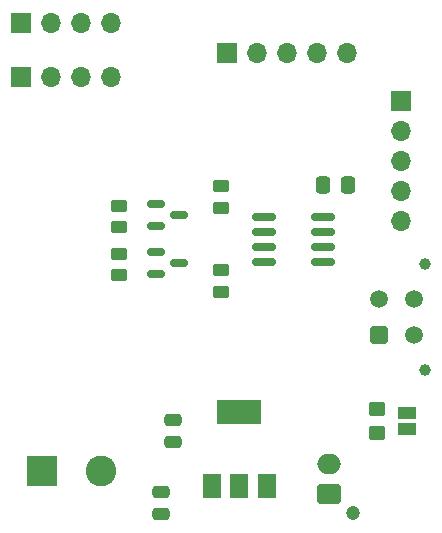
<source format=gbs>
G04 #@! TF.GenerationSoftware,KiCad,Pcbnew,6.0.4-6f826c9f35~116~ubuntu18.04.1*
G04 #@! TF.CreationDate,2022-04-26T12:07:31+08:00*
G04 #@! TF.ProjectId,ESP32_CAN_TEST,45535033-325f-4434-914e-5f544553542e,rev?*
G04 #@! TF.SameCoordinates,Original*
G04 #@! TF.FileFunction,Soldermask,Bot*
G04 #@! TF.FilePolarity,Negative*
%FSLAX46Y46*%
G04 Gerber Fmt 4.6, Leading zero omitted, Abs format (unit mm)*
G04 Created by KiCad (PCBNEW 6.0.4-6f826c9f35~116~ubuntu18.04.1) date 2022-04-26 12:07:31*
%MOMM*%
%LPD*%
G01*
G04 APERTURE LIST*
G04 Aperture macros list*
%AMRoundRect*
0 Rectangle with rounded corners*
0 $1 Rounding radius*
0 $2 $3 $4 $5 $6 $7 $8 $9 X,Y pos of 4 corners*
0 Add a 4 corners polygon primitive as box body*
4,1,4,$2,$3,$4,$5,$6,$7,$8,$9,$2,$3,0*
0 Add four circle primitives for the rounded corners*
1,1,$1+$1,$2,$3*
1,1,$1+$1,$4,$5*
1,1,$1+$1,$6,$7*
1,1,$1+$1,$8,$9*
0 Add four rect primitives between the rounded corners*
20,1,$1+$1,$2,$3,$4,$5,0*
20,1,$1+$1,$4,$5,$6,$7,0*
20,1,$1+$1,$6,$7,$8,$9,0*
20,1,$1+$1,$8,$9,$2,$3,0*%
G04 Aperture macros list end*
%ADD10C,1.200000*%
%ADD11RoundRect,0.250000X0.750000X-0.600000X0.750000X0.600000X-0.750000X0.600000X-0.750000X-0.600000X0*%
%ADD12O,2.000000X1.700000*%
%ADD13C,1.000000*%
%ADD14RoundRect,0.250001X0.499999X-0.499999X0.499999X0.499999X-0.499999X0.499999X-0.499999X-0.499999X0*%
%ADD15C,1.500000*%
%ADD16R,1.700000X1.700000*%
%ADD17O,1.700000X1.700000*%
%ADD18R,2.600000X2.600000*%
%ADD19C,2.600000*%
%ADD20RoundRect,0.250000X0.450000X-0.262500X0.450000X0.262500X-0.450000X0.262500X-0.450000X-0.262500X0*%
%ADD21R,1.500000X2.000000*%
%ADD22R,3.800000X2.000000*%
%ADD23RoundRect,0.250000X0.475000X-0.250000X0.475000X0.250000X-0.475000X0.250000X-0.475000X-0.250000X0*%
%ADD24RoundRect,0.150000X-0.587500X-0.150000X0.587500X-0.150000X0.587500X0.150000X-0.587500X0.150000X0*%
%ADD25RoundRect,0.250000X-0.337500X-0.475000X0.337500X-0.475000X0.337500X0.475000X-0.337500X0.475000X0*%
%ADD26RoundRect,0.250000X-0.475000X0.250000X-0.475000X-0.250000X0.475000X-0.250000X0.475000X0.250000X0*%
%ADD27RoundRect,0.250000X0.450000X-0.350000X0.450000X0.350000X-0.450000X0.350000X-0.450000X-0.350000X0*%
%ADD28R,1.500000X1.000000*%
%ADD29RoundRect,0.150000X-0.825000X-0.150000X0.825000X-0.150000X0.825000X0.150000X-0.825000X0.150000X0*%
%ADD30RoundRect,0.250000X-0.450000X0.262500X-0.450000X-0.262500X0.450000X-0.262500X0.450000X0.262500X0*%
G04 APERTURE END LIST*
D10*
X138144000Y-84638000D03*
D11*
X136144000Y-83038000D03*
D12*
X136144000Y-80538000D03*
D13*
X144265000Y-72572000D03*
X144265000Y-63572000D03*
D14*
X140325000Y-69572000D03*
D15*
X140325000Y-66572000D03*
X143325000Y-69572000D03*
X143325000Y-66572000D03*
D16*
X109992000Y-47727000D03*
D17*
X112532000Y-47727000D03*
X115072000Y-47727000D03*
X117612000Y-47727000D03*
D16*
X142240000Y-49784000D03*
D17*
X142240000Y-52324000D03*
X142240000Y-54864000D03*
X142240000Y-57404000D03*
X142240000Y-59944000D03*
D16*
X127508000Y-45720000D03*
D17*
X130048000Y-45720000D03*
X132588000Y-45720000D03*
X135128000Y-45720000D03*
X137668000Y-45720000D03*
D18*
X111800000Y-81077000D03*
D19*
X116800000Y-81077000D03*
D16*
X109992000Y-43155000D03*
D17*
X112532000Y-43155000D03*
X115072000Y-43155000D03*
X117612000Y-43155000D03*
D20*
X127000000Y-65936500D03*
X127000000Y-64111500D03*
X118364000Y-64516000D03*
X118364000Y-62691000D03*
D21*
X130824000Y-82398000D03*
D22*
X128524000Y-76098000D03*
D21*
X128524000Y-82398000D03*
X126224000Y-82398000D03*
D23*
X121920000Y-84770000D03*
X121920000Y-82870000D03*
D24*
X121490500Y-64450000D03*
X121490500Y-62550000D03*
X123365500Y-63500000D03*
D20*
X118364000Y-60452000D03*
X118364000Y-58627000D03*
D25*
X135614500Y-56896000D03*
X137689500Y-56896000D03*
D26*
X122936000Y-76774000D03*
X122936000Y-78674000D03*
D27*
X140208000Y-77866000D03*
X140208000Y-75866000D03*
D28*
X142748000Y-76200000D03*
X142748000Y-77500000D03*
D29*
X130621000Y-63373000D03*
X130621000Y-62103000D03*
X130621000Y-60833000D03*
X130621000Y-59563000D03*
X135571000Y-59563000D03*
X135571000Y-60833000D03*
X135571000Y-62103000D03*
X135571000Y-63373000D03*
D30*
X127000000Y-56999500D03*
X127000000Y-58824500D03*
D24*
X121490500Y-60386000D03*
X121490500Y-58486000D03*
X123365500Y-59436000D03*
M02*

</source>
